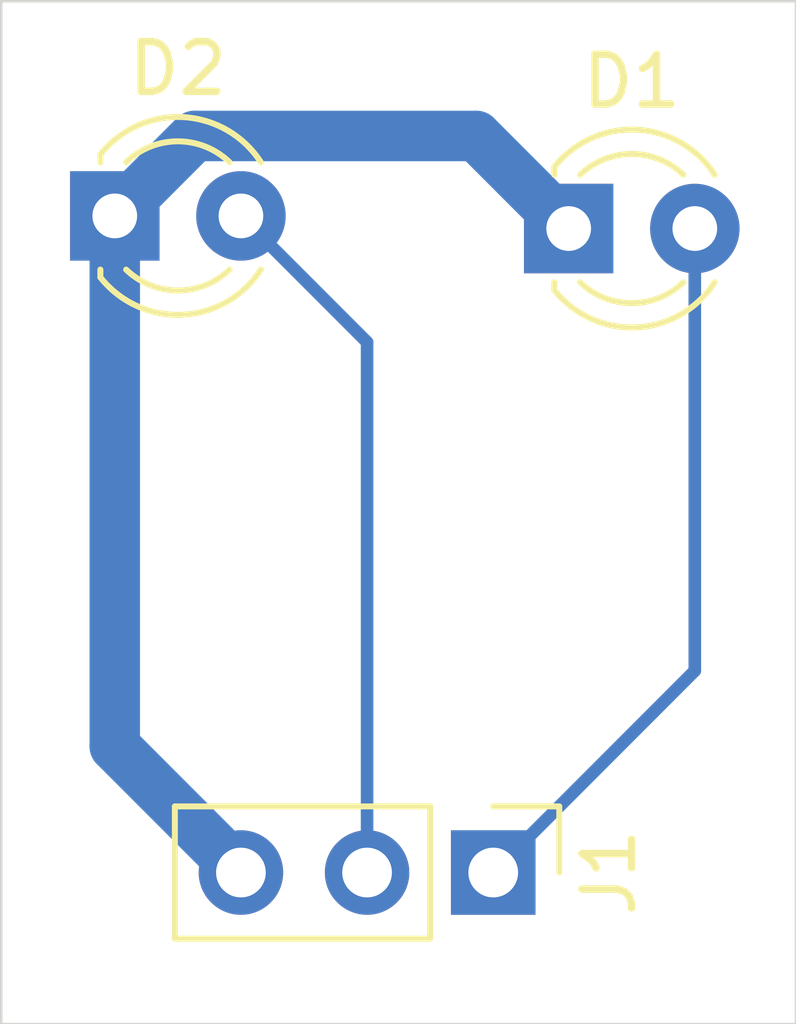
<source format=kicad_pcb>
(kicad_pcb (version 20240108) (generator "pcbnew") (generator_version "8.0")
  (title_block (title "MECALEDS") (rev "1") (company "URJC") (comment 1 "Autor: Pablo"))
  (layers (0 "F.Cu" signal) (31 "B.Cu" signal) (34 "B.Paste" user) (35 "F.Paste" user) (36 "B.SilkS" user "B.Silkscreen") (37 "F.SilkS" user "F.Silkscreen") (38 "B.Mask" user) (39 "F.Mask" user) (44 "Edge.Cuts" user))
  (net 0 "")
  (net 1 "Net-(D1-A)")
  (net 2 "GND")
  (net 3 "Net-(D2-A)")
  (footprint "Connector_PinHeader_2.54mm:PinHeader_1x03_P2.54mm_Vertical" (layer "F.Cu") (at 76.962 66.802 -90)
    (property "Reference" "J1" (at 0 -2.33 90) (layer "F.SilkS"))
    (property "Value" "Conn_01x03_Pin" (hide yes))
    (fp_line (start -1.33 6.41) (end 1.33 6.41) (stroke (width 0.12)) (layer "F.SilkS"))
    (fp_line (start -1.33 1.27) (end -1.33 6.41) (stroke (width 0.12)) (layer "F.SilkS"))
    (fp_line (start -1.33 1.27) (end 1.33 1.27) (stroke (width 0.12)) (layer "F.SilkS"))
    (fp_line (start 1.33 1.27) (end 1.33 6.41) (stroke (width 0.12)) (layer "F.SilkS"))
    (fp_line (start -1.33 0) (end -1.33 -1.33) (stroke (width 0.12)) (layer "F.SilkS"))
    (fp_line (start -1.33 -1.33) (end 0 -1.33) (stroke (width 0.12)) (layer "F.SilkS"))
    (pad "1" thru_hole rect (at 0 0 270) (size 1.7 1.7) (drill 1) (layers "*.Cu" "*.Mask") (net 1 "Net-(D1-A)"))
    (pad "2" thru_hole oval (at 0 2.54 270) (size 1.7 1.7) (drill 1) (layers "*.Cu" "*.Mask") (net 3 "Net-(D2-A)"))
    (pad "3" thru_hole oval (at 0 5.08 270) (size 1.7 1.7) (drill 1) (layers "*.Cu" "*.Mask") (net 2 "GND"))
  )
  (footprint "LED_THT:LED_D3.0mm" (layer "F.Cu") (at 78.481 53.848)
    (property "Reference" "D1" (at 1.27 -2.96 0) (layer "F.SilkS"))
    (property "Value" "LED" (hide yes))
    (fp_line (start -0.29 -1.236) (end -0.29 -1.08) (stroke (width 0.12)) (layer "F.SilkS"))
    (fp_line (start -0.29 1.08) (end -0.29 1.236) (stroke (width 0.12)) (layer "F.SilkS"))
    (fp_arc (start -0.29 -1.235516) (mid 1.366487 -1.987659) (end 2.942335 -1.078608) (stroke (width 0.12)) (layer "F.SilkS"))
    (fp_arc (start 0.229039 -1.08) (mid 1.270117 -1.5) (end 2.31113 -1.079837) (stroke (width 0.12)) (layer "F.SilkS"))
    (fp_arc (start 2.31113 1.079837) (mid 1.270117 1.5) (end 0.229039 1.08) (stroke (width 0.12)) (layer "F.SilkS"))
    (fp_arc (start 2.942335 1.078608) (mid 1.366487 1.987659) (end -0.29 1.235516) (stroke (width 0.12)) (layer "F.SilkS"))
    (pad "1" thru_hole rect (at 0 0) (size 1.8 1.8) (drill 0.9) (layers "*.Cu" "*.Mask") (net 2 "GND"))
    (pad "2" thru_hole circle (at 2.54 0) (size 1.8 1.8) (drill 0.9) (layers "*.Cu" "*.Mask") (net 1 "Net-(D1-A)"))
  )
  (footprint "LED_THT:LED_D3.0mm" (layer "F.Cu") (at 69.342 53.594)
    (property "Reference" "D2" (at 1.27 -2.96 0) (layer "F.SilkS"))
    (property "Value" "LED" (hide yes))
    (fp_line (start -0.29 -1.236) (end -0.29 -1.08) (stroke (width 0.12)) (layer "F.SilkS"))
    (fp_line (start -0.29 1.08) (end -0.29 1.236) (stroke (width 0.12)) (layer "F.SilkS"))
    (fp_arc (start -0.29 -1.235516) (mid 1.366487 -1.987659) (end 2.942335 -1.078608) (stroke (width 0.12)) (layer "F.SilkS"))
    (fp_arc (start 0.229039 -1.08) (mid 1.270117 -1.5) (end 2.31113 -1.079837) (stroke (width 0.12)) (layer "F.SilkS"))
    (fp_arc (start 2.31113 1.079837) (mid 1.270117 1.5) (end 0.229039 1.08) (stroke (width 0.12)) (layer "F.SilkS"))
    (fp_arc (start 2.942335 1.078608) (mid 1.366487 1.987659) (end -0.29 1.235516) (stroke (width 0.12)) (layer "F.SilkS"))
    (pad "1" thru_hole rect (at 0 0) (size 1.8 1.8) (drill 0.9) (layers "*.Cu" "*.Mask") (net 2 "GND"))
    (pad "2" thru_hole circle (at 2.54 0) (size 1.8 1.8) (drill 0.9) (layers "*.Cu" "*.Mask") (net 3 "Net-(D2-A)"))
  )
  (gr_rect (start 67.056 49.276) (end 83.058 69.85) (stroke (width 0.05)) (fill none) (layer "Edge.Cuts"))
  (segment (start 81.021 53.848) (end 81.021 62.743) (width 0.254) (layer "B.Cu") (net 1))
  (segment (start 81.021 62.743) (end 76.962 66.802) (width 0.254) (layer "B.Cu") (net 1))
  (segment (start 69.342 64.262) (end 71.882 66.802) (width 1.016) (layer "B.Cu") (net 2))
  (segment (start 76.619 51.986) (end 70.95 51.986) (width 1.016) (layer "B.Cu") (net 2))
  (segment (start 78.481 53.848) (end 76.619 51.986) (width 1.016) (layer "B.Cu") (net 2))
  (segment (start 69.342 53.594) (end 69.342 64.262) (width 1.016) (layer "B.Cu") (net 2))
  (segment (start 70.95 51.986) (end 69.342 53.594) (width 1.016) (layer "B.Cu") (net 2))
  (segment (start 74.422 56.134) (end 74.422 66.802) (width 0.254) (layer "B.Cu") (net 3))
  (segment (start 71.882 53.594) (end 74.422 56.134) (width 0.254) (layer "B.Cu") (net 3))
)
</source>
